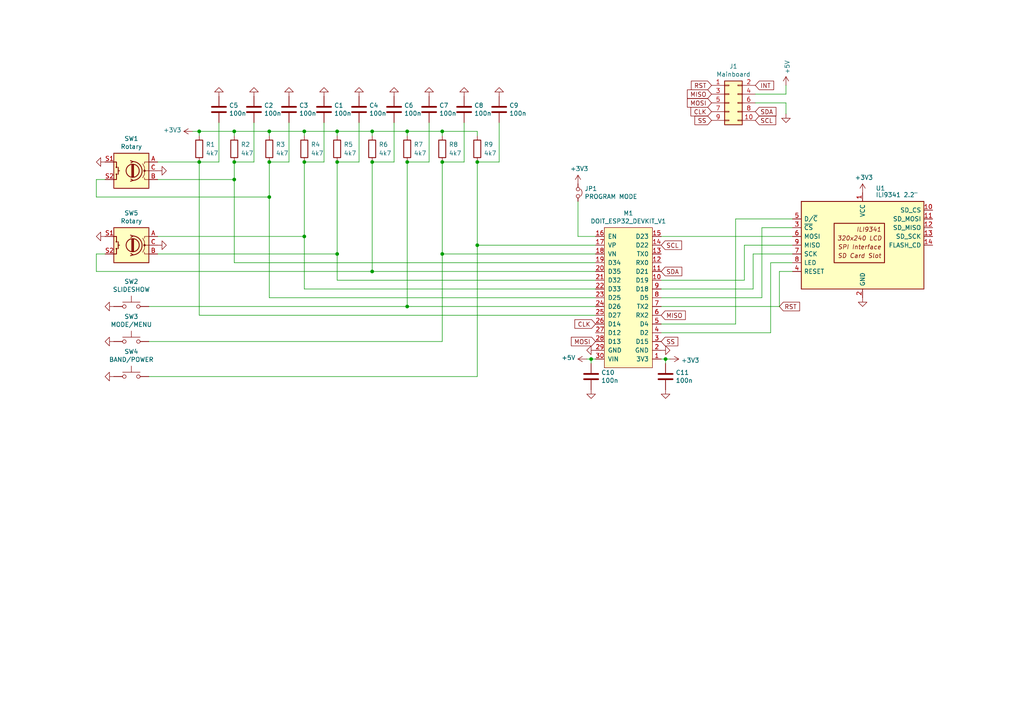
<source format=kicad_sch>
(kicad_sch (version 20250114) (generator "eeschema") (generator_version "9.0")
  (paper "A4")
  (title_block (title "SI4684 controller SMD") (date "2024-03-11") (rev "1") (company "PE5PVB"))
  (lib_symbols
    (symbol "Connector_Generic:Conn_02x05_Odd_Even" (pin_names (offset 1.016) (hide yes))
      (property "Reference" "J" (at 1.27 7.62 0))
      (property "Value" "Conn_02x05_Odd_Even" (at 1.27 -7.62 0))
      (symbol "Conn_02x05_Odd_Even_1_1"
        (rectangle (start -1.27 6.35) (end 3.81 -6.35) (stroke (width 0.254)) (fill (type background)))
        (rectangle (start -1.27 5.207) (end 0 4.953) (stroke (width 0.1524)))
        (rectangle (start -1.27 2.667) (end 0 2.413) (stroke (width 0.1524)))
        (rectangle (start -1.27 0.127) (end 0 -0.127) (stroke (width 0.1524)))
        (rectangle (start -1.27 -2.413) (end 0 -2.667) (stroke (width 0.1524)))
        (rectangle (start -1.27 -4.953) (end 0 -5.207) (stroke (width 0.1524)))
        (rectangle (start 3.81 5.207) (end 2.54 4.953) (stroke (width 0.1524)))
        (rectangle (start 3.81 2.667) (end 2.54 2.413) (stroke (width 0.1524)))
        (rectangle (start 3.81 0.127) (end 2.54 -0.127) (stroke (width 0.1524)))
        (rectangle (start 3.81 -2.413) (end 2.54 -2.667) (stroke (width 0.1524)))
        (rectangle (start 3.81 -4.953) (end 2.54 -5.207) (stroke (width 0.1524)))
        (pin passive line (at -5.08 5.08 0) (length 3.81) (name "Pin_1") (number "1"))
        (pin passive line (at -5.08 2.54 0) (length 3.81) (name "Pin_3") (number "3"))
        (pin passive line (at -5.08 0 0) (length 3.81) (name "Pin_5") (number "5"))
        (pin passive line (at -5.08 -2.54 0) (length 3.81) (name "Pin_7") (number "7"))
        (pin passive line (at -5.08 -5.08 0) (length 3.81) (name "Pin_9") (number "9"))
        (pin passive line (at 7.62 5.08 180) (length 3.81) (name "Pin_2") (number "2"))
        (pin passive line (at 7.62 2.54 180) (length 3.81) (name "Pin_4") (number "4"))
        (pin passive line (at 7.62 0 180) (length 3.81) (name "Pin_6") (number "6"))
        (pin passive line (at 7.62 -2.54 180) (length 3.81) (name "Pin_8") (number "8"))
        (pin passive line (at 7.62 -5.08 180) (length 3.81) (name "Pin_10") (number "10"))
      )
    )
    (symbol "Device:C" (pin_numbers (hide yes)) (pin_names (offset 0.254))
      (property "Reference" "C" (at 0.635 2.54 0))
      (property "Value" "C" (at 0.635 -2.54 0))
      (symbol "C_0_1"
        (polyline (pts (xy -2.032 0.762) (xy 2.032 0.762)) (stroke (width 0.508)))
        (polyline (pts (xy -2.032 -0.762) (xy 2.032 -0.762)) (stroke (width 0.508)))
      )
      (symbol "C_1_1"
        (pin passive line (at 0 3.81 270) (length 2.794) (name "~") (number "1"))
        (pin passive line (at 0 -3.81 90) (length 2.794) (name "~") (number "2"))
      )
    )
    (symbol "Device:R" (pin_numbers (hide yes)) (pin_names (offset 0))
      (property "Reference" "R" (at 2.032 0 90))
      (property "Value" "R" (at 0 0 90))
      (symbol "R_0_1"
        (rectangle (start -1.016 -2.54) (end 1.016 2.54) (stroke (width 0.254)))
      )
      (symbol "R_1_1"
        (pin passive line (at 0 3.81 270) (length 1.27) (name "~") (number "1"))
        (pin passive line (at 0 -3.81 90) (length 1.27) (name "~") (number "2"))
      )
    )
    (symbol "Driver_Display:CR2013-MI2120" (pin_names (offset 0.762))
      (property "Reference" "U" (at -17.526 13.97 0))
      (property "Value" "CR2013-MI2120" (at 1.905 13.97 0))
      (symbol "CR2013-MI2120_0_0"
        (text "ILI9341" (at -5.461 4.572 0) (effects (font (size 1.27 1.27) (italic yes)) (justify left)))
        (text "SPI Interface" (at -5.461 -0.508 0) (effects (font (size 1.27 1.27) (italic yes)) (justify left)))
        (text "SD Card Slot" (at -5.461 -3.048 0) (effects (font (size 1.27 1.27) (italic yes)) (justify left)))
        (text "320x240 LCD" (at 0.889 2.032 0) (effects (font (size 1.27 1.27) (italic yes))))
      )
      (symbol "CR2013-MI2120_0_1"
        (rectangle (start -17.78 12.7) (end 17.78 -12.7) (stroke (width 0.254)) (fill (type background)))
        (rectangle (start -6.35 6.35) (end 8.255 -5.08) (stroke (width 0.254)))
      )
      (symbol "CR2013-MI2120_1_1"
        (pin input line (at -20.32 10.16 0) (length 2.54) (name "SD_CS") (number "10"))
        (pin input line (at -20.32 7.62 0) (length 2.54) (name "SD_MOSI") (number "11"))
        (pin output line (at -20.32 5.08 0) (length 2.54) (name "SD_MISO") (number "12"))
        (pin input line (at -20.32 2.54 0) (length 2.54) (name "SD_SCK") (number "13"))
        (pin input line (at -20.32 0 0) (length 2.54) (name "FLASH_CD") (number "14"))
        (pin power_in line (at 0 15.24 270) (length 2.54) (name "VCC") (number "1"))
        (pin power_in line (at 0 -15.24 90) (length 2.54) (name "GND") (number "2"))
        (pin input line (at 20.32 7.62 180) (length 2.54) (name "D/~{C}") (number "5"))
        (pin input line (at 20.32 5.08 180) (length 2.54) (name "~{CS}") (number "3"))
        (pin input line (at 20.32 2.54 180) (length 2.54) (name "MOSI") (number "6"))
        (pin output line (at 20.32 0 180) (length 2.54) (name "MISO") (number "9"))
        (pin input line (at 20.32 -2.54 180) (length 2.54) (name "SCK") (number "7"))
        (pin input line (at 20.32 -5.08 180) (length 2.54) (name "LED") (number "8"))
        (pin input line (at 20.32 -7.62 180) (length 2.54) (name "RESET") (number "4"))
      )
    )
    (symbol "Switch:SW_Push" (pin_numbers (hide yes)) (pin_names (offset 1.016) (hide yes))
      (property "Reference" "SW" (at 1.27 2.54 0))
      (property "Value" "SW_Push" (at 0 -1.524 0))
      (symbol "SW_Push_0_1"
        (circle (center -2.032 0) (radius 0.508))
        (polyline (pts (xy 0 1.27) (xy 0 3.048)))
        (circle (center 2.032 0) (radius 0.508))
        (polyline (pts (xy 2.54 1.27) (xy -2.54 1.27)))
        (pin passive line (at -5.08 0 0) (length 2.54) (name "1") (number "1"))
        (pin passive line (at 5.08 0 180) (length 2.54) (name "2") (number "2"))
      )
    )
    (symbol "WFM_controller-rescue:DOIT_ESP32_DEVKIT_V1-WFM_controller" (pin_names (offset 1.016))
      (property "Reference" "M" (at 0.7112 -21.5392 0))
      (property "Value" "DOIT_ESP32_DEVKIT_V1-WFM_controller" (at 1.27 -24.13 0))
      (symbol "DOIT_ESP32_DEVKIT_V1-WFM_controller_0_1"
        (rectangle (start -6.35 20.32) (end 7.62 -20.32) (fill (type background)))
      )
      (symbol "DOIT_ESP32_DEVKIT_V1-WFM_controller_1_1"
        (pin input line (at -8.89 17.78 0) (length 2.54) (name "EN") (number "16"))
        (pin bidirectional line (at -8.89 15.24 0) (length 2.54) (name "VP") (number "17"))
        (pin bidirectional line (at -8.89 12.7 0) (length 2.54) (name "VN") (number "18"))
        (pin bidirectional line (at -8.89 10.16 0) (length 2.54) (name "D34") (number "19"))
        (pin bidirectional line (at -8.89 7.62 0) (length 2.54) (name "D35") (number "20"))
        (pin bidirectional line (at -8.89 5.08 0) (length 2.54) (name "D32") (number "21"))
        (pin bidirectional line (at -8.89 2.54 0) (length 2.54) (name "D33") (number "22"))
        (pin bidirectional line (at -8.89 0 0) (length 2.54) (name "D25") (number "23"))
        (pin bidirectional line (at -8.89 -2.54 0) (length 2.54) (name "D26") (number "24"))
        (pin bidirectional line (at -8.89 -5.08 0) (length 2.54) (name "D27") (number "25"))
        (pin bidirectional line (at -8.89 -7.62 0) (length 2.54) (name "D14") (number "26"))
        (pin bidirectional line (at -8.89 -10.16 0) (length 2.54) (name "D12") (number "27"))
        (pin bidirectional line (at -8.89 -12.7 0) (length 2.54) (name "D13") (number "28"))
        (pin power_in line (at -8.89 -15.24 0) (length 2.54) (name "GND") (number "29"))
        (pin power_in line (at -8.89 -17.78 0) (length 2.54) (name "VIN") (number "30"))
        (pin bidirectional line (at 10.16 17.78 180) (length 2.54) (name "D23") (number "15"))
        (pin bidirectional line (at 10.16 15.24 180) (length 2.54) (name "D22") (number "14"))
        (pin bidirectional line (at 10.16 12.7 180) (length 2.54) (name "TX0") (number "13"))
        (pin bidirectional line (at 10.16 10.16 180) (length 2.54) (name "RX0") (number "12"))
        (pin bidirectional line (at 10.16 7.62 180) (length 2.54) (name "D21") (number "11"))
        (pin bidirectional line (at 10.16 5.08 180) (length 2.54) (name "D19") (number "10"))
        (pin bidirectional line (at 10.16 2.54 180) (length 2.54) (name "D18") (number "9"))
        (pin bidirectional line (at 10.16 0 180) (length 2.54) (name "D5") (number "8"))
        (pin bidirectional line (at 10.16 -2.54 180) (length 2.54) (name "TX2") (number "7"))
        (pin bidirectional line (at 10.16 -5.08 180) (length 2.54) (name "RX2") (number "6"))
        (pin bidirectional line (at 10.16 -7.62 180) (length 2.54) (name "D4") (number "5"))
        (pin bidirectional line (at 10.16 -10.16 180) (length 2.54) (name "D2") (number "4"))
        (pin bidirectional line (at 10.16 -12.7 180) (length 2.54) (name "D15") (number "3"))
        (pin power_in line (at 10.16 -15.24 180) (length 2.54) (name "GND") (number "2"))
        (pin power_in line (at 10.16 -17.78 180) (length 2.54) (name "3V3") (number "1"))
      )
    )
    (symbol "WFM_controller-rescue:Jumper_NC_Small-Device" (pin_numbers (hide yes)) (pin_names (offset 0.762) (hide yes))
      (property "Reference" "JP" (at 0 2.032 0))
      (property "Value" "Jumper_NC_Small-Device" (at 0.254 -1.524 0))
      (symbol "Jumper_NC_Small-Device_0_1"
        (circle (center -1.016 0) (radius 0.508))
        (arc (start -1.016 0.762) (mid 0 1.1828) (end 1.016 0.762))
        (circle (center 1.016 0) (radius 0.508))
        (pin passive line (at -2.54 0 0) (length 1.016) (name "1") (number "1"))
        (pin passive line (at 2.54 0 180) (length 1.016) (name "2") (number "2"))
      )
    )
    (symbol "WFM_controller-rescue:Rotary_Encoder_Switch-Device" (pin_names (offset 0.254) (hide yes))
      (property "Reference" "SW" (at 0 6.604 0))
      (property "Value" "Rotary_Encoder_Switch-Device" (at 0 -6.604 0))
      (symbol "Rotary_Encoder_Switch-Device_0_1"
        (rectangle (start -5.08 5.08) (end 5.08 -5.08) (stroke (width 0.254)) (fill (type background)))
        (polyline (pts (xy -5.08 2.54) (xy -3.81 2.54) (xy -3.81 2.032)))
        (polyline (pts (xy -5.08 0) (xy -3.81 0) (xy -3.81 -1.016) (xy -3.302 -2.032)))
        (polyline (pts (xy -5.08 -2.54) (xy -3.81 -2.54) (xy -3.81 -2.032)))
        (polyline (pts (xy -4.318 0) (xy -3.81 0) (xy -3.81 1.016) (xy -3.302 2.032)))
        (circle (center -3.81 0) (radius 0.254) (fill (type outline)))
        (polyline (pts (xy -0.635 -1.778) (xy -0.635 1.778)) (stroke (width 0.254)))
        (circle (center -0.381 0) (radius 1.905) (stroke (width 0.254)))
        (polyline (pts (xy -0.381 -1.778) (xy -0.381 1.778)) (stroke (width 0.254)))
        (arc (start -0.381 -2.794) (mid -3.0988 -0.0635) (end -0.381 2.667) (stroke (width 0.254)))
        (polyline (pts (xy -0.127 1.778) (xy -0.127 -1.778)) (stroke (width 0.254)))
        (polyline (pts (xy 0.254 2.921) (xy -0.508 2.667) (xy 0.127 2.286)) (stroke (width 0.254)))
        (polyline (pts (xy 0.254 -3.048) (xy -0.508 -2.794) (xy 0.127 -2.413)) (stroke (width 0.254)))
        (polyline (pts (xy 3.81 1.016) (xy 3.81 -1.016)) (stroke (width 0.254)))
        (polyline (pts (xy 3.81 0) (xy 3.429 0)) (stroke (width 0.254)))
        (circle (center 4.318 1.016) (radius 0.127) (stroke (width 0.254)))
        (circle (center 4.318 -1.016) (radius 0.127) (stroke (width 0.254)))
        (polyline (pts (xy 5.08 2.54) (xy 4.318 2.54) (xy 4.318 1.016)) (stroke (width 0.254)))
        (polyline (pts (xy 5.08 -2.54) (xy 4.318 -2.54) (xy 4.318 -1.016)) (stroke (width 0.254)))
      )
      (symbol "Rotary_Encoder_Switch-Device_1_1"
        (pin passive line (at -7.62 2.54 0) (length 2.54) (name "A") (number "A"))
        (pin passive line (at -7.62 0 0) (length 2.54) (name "C") (number "C"))
        (pin passive line (at -7.62 -2.54 0) (length 2.54) (name "B") (number "B"))
        (pin passive line (at 7.62 2.54 180) (length 2.54) (name "S1") (number "S1"))
        (pin passive line (at 7.62 -2.54 180) (length 2.54) (name "S2") (number "S2"))
      )
    )
    (symbol "power:+3V3" (power) (pin_names (offset 0))
      (property "Value" "+3V3" (at 0 3.556 0))
      (symbol "+3V3_0_1"
        (polyline (pts (xy -0.762 1.27) (xy 0 2.54)))
        (polyline (pts (xy 0 2.54) (xy 0.762 1.27)))
        (polyline (pts (xy 0 0) (xy 0 2.54)))
      )
      (symbol "+3V3_1_1"
        (pin power_in line (at 0 0 90) (length 0) (hide yes) (name "+3V3") (number "1"))
      )
    )
    (symbol "power:+5V" (power) (pin_names (offset 0))
      (property "Value" "+5V" (at 0 3.556 0))
      (symbol "+5V_0_1"
        (polyline (pts (xy -0.762 1.27) (xy 0 2.54)))
        (polyline (pts (xy 0 2.54) (xy 0.762 1.27)))
        (polyline (pts (xy 0 0) (xy 0 2.54)))
      )
      (symbol "+5V_1_1"
        (pin power_in line (at 0 0 90) (length 0) (hide yes) (name "+5V") (number "1"))
      )
    )
    (symbol "power:GND" (power) (pin_names (offset 0))
      (property "Value" "GND" (at 0 -3.81 0))
      (symbol "GND_0_1"
        (polyline (pts (xy 0 0) (xy 0 -1.27) (xy 1.27 -1.27) (xy 0 -2.54) (xy -1.27 -1.27) (xy 0 -1.27)))
      )
      (symbol "GND_1_1"
        (pin power_in line (at 0 0 270) (length 0) (hide yes) (name "GND") (number "1"))
      )
    )
  )
  (junction (at 88.265 38.1))
  (junction (at 128.27 38.1))
  (junction (at 78.105 38.1))
  (junction (at 138.43 71.12))
  (junction (at 97.79 46.99))
  (junction (at 67.945 46.99))
  (junction (at 78.105 46.99))
  (junction (at 88.265 68.58))
  (junction (at 107.95 38.1))
  (junction (at 67.945 52.07))
  (junction (at 97.79 73.66))
  (junction (at 193.04 104.14))
  (junction (at 138.43 46.99))
  (junction (at 97.79 38.1))
  (junction (at 118.11 46.99))
  (junction (at 107.95 78.74))
  (junction (at 57.785 38.1))
  (junction (at 118.11 88.9))
  (junction (at 57.785 46.99))
  (junction (at 88.265 46.99))
  (junction (at 107.95 46.99))
  (junction (at 118.11 38.1))
  (junction (at 78.105 57.15))
  (junction (at 171.45 104.14))
  (junction (at 67.945 38.1))
  (junction (at 128.27 73.66))
  (junction (at 128.27 46.99))
  (wire (pts (xy 67.945 52.07) (xy 67.945 46.99)))
  (wire (pts (xy 138.43 46.99) (xy 138.43 71.12)))
  (wire (pts (xy 219.075 27.305) (xy 227.965 27.305)))
  (wire (pts (xy 78.105 57.15) (xy 78.105 46.99)))
  (wire (pts (xy 83.82 35.56) (xy 83.82 46.99)))
  (wire (pts (xy 43.18 88.9) (xy 118.11 88.9)))
  (wire (pts (xy 73.66 35.56) (xy 73.66 46.99)))
  (wire (pts (xy 107.95 46.99) (xy 114.3 46.99)))
  (wire (pts (xy 114.3 46.99) (xy 114.3 35.56)))
  (wire (pts (xy 57.785 91.44) (xy 57.785 46.99)))
  (wire (pts (xy 30.48 52.07) (xy 27.94 52.07)))
  (wire (pts (xy 45.72 73.66) (xy 97.79 73.66)))
  (wire (pts (xy 191.77 96.52) (xy 223.52 96.52)))
  (wire (pts (xy 213.36 93.98) (xy 213.36 63.5)))
  (wire (pts (xy 191.77 68.58) (xy 229.87 68.58)))
  (wire (pts (xy 107.95 38.1) (xy 118.11 38.1)))
  (wire (pts (xy 104.14 46.99) (xy 104.14 35.56)))
  (wire (pts (xy 67.945 38.1) (xy 78.105 38.1)))
  (wire (pts (xy 107.95 78.74) (xy 172.72 78.74)))
  (wire (pts (xy 172.72 83.82) (xy 88.265 83.82)))
  (wire (pts (xy 191.77 86.36) (xy 220.98 86.36)))
  (wire (pts (xy 128.27 46.99) (xy 134.62 46.99)))
  (wire (pts (xy 27.94 73.66) (xy 27.94 78.74)))
  (wire (pts (xy 167.64 68.58) (xy 172.72 68.58)))
  (wire (pts (xy 118.11 38.1) (xy 118.11 39.37)))
  (wire (pts (xy 213.36 63.5) (xy 229.87 63.5)))
  (wire (pts (xy 57.785 38.1) (xy 67.945 38.1)))
  (wire (pts (xy 78.105 38.1) (xy 78.105 39.37)))
  (wire (pts (xy 78.105 46.99) (xy 83.82 46.99)))
  (wire (pts (xy 78.105 86.36) (xy 78.105 57.15)))
  (wire (pts (xy 27.94 52.07) (xy 27.94 57.15)))
  (wire (pts (xy 107.95 38.1) (xy 107.95 39.37)))
  (wire (pts (xy 218.44 83.82) (xy 218.44 73.66)))
  (wire (pts (xy 193.04 105.41) (xy 193.04 104.14)))
  (wire (pts (xy 97.79 81.28) (xy 97.79 73.66)))
  (wire (pts (xy 128.27 38.1) (xy 128.27 39.37)))
  (wire (pts (xy 172.72 76.2) (xy 67.945 76.2)))
  (wire (pts (xy 138.43 46.99) (xy 144.78 46.99)))
  (wire (pts (xy 118.11 38.1) (xy 128.27 38.1)))
  (wire (pts (xy 227.965 27.305) (xy 227.965 24.765)))
  (wire (pts (xy 63.5 35.56) (xy 63.5 46.99)))
  (wire (pts (xy 45.72 52.07) (xy 67.945 52.07)))
  (wire (pts (xy 172.72 86.36) (xy 78.105 86.36)))
  (wire (pts (xy 45.72 68.58) (xy 88.265 68.58)))
  (wire (pts (xy 191.77 83.82) (xy 218.44 83.82)))
  (wire (pts (xy 172.72 91.44) (xy 57.785 91.44)))
  (wire (pts (xy 226.06 78.74) (xy 226.06 88.9)))
  (wire (pts (xy 134.62 46.99) (xy 134.62 35.56)))
  (wire (pts (xy 67.945 38.1) (xy 67.945 39.37)))
  (wire (pts (xy 220.98 66.04) (xy 229.87 66.04)))
  (wire (pts (xy 97.79 46.99) (xy 104.14 46.99)))
  (wire (pts (xy 88.265 83.82) (xy 88.265 68.58)))
  (wire (pts (xy 128.27 73.66) (xy 128.27 99.06)))
  (wire (pts (xy 172.72 81.28) (xy 97.79 81.28)))
  (wire (pts (xy 88.265 38.1) (xy 97.79 38.1)))
  (wire (pts (xy 43.18 99.06) (xy 128.27 99.06)))
  (wire (pts (xy 138.43 109.22) (xy 138.43 71.12)))
  (wire (pts (xy 27.94 57.15) (xy 78.105 57.15)))
  (wire (pts (xy 218.44 73.66) (xy 229.87 73.66)))
  (wire (pts (xy 118.11 46.99) (xy 124.46 46.99)))
  (wire (pts (xy 118.11 46.99) (xy 118.11 88.9)))
  (wire (pts (xy 97.79 73.66) (xy 97.79 46.99)))
  (wire (pts (xy 219.075 29.845) (xy 227.965 29.845)))
  (wire (pts (xy 67.945 46.99) (xy 73.66 46.99)))
  (wire (pts (xy 107.95 46.99) (xy 107.95 78.74)))
  (wire (pts (xy 55.88 38.1) (xy 57.785 38.1)))
  (wire (pts (xy 88.265 38.1) (xy 88.265 39.37)))
  (wire (pts (xy 67.945 76.2) (xy 67.945 52.07)))
  (wire (pts (xy 191.77 104.14) (xy 193.04 104.14)))
  (wire (pts (xy 229.87 78.74) (xy 226.06 78.74)))
  (wire (pts (xy 223.52 96.52) (xy 223.52 76.2)))
  (wire (pts (xy 93.98 46.99) (xy 88.265 46.99)))
  (wire (pts (xy 30.48 73.66) (xy 27.94 73.66)))
  (wire (pts (xy 172.72 104.14) (xy 171.45 104.14)))
  (wire (pts (xy 215.9 81.28) (xy 215.9 71.12)))
  (wire (pts (xy 191.77 81.28) (xy 215.9 81.28)))
  (wire (pts (xy 227.965 29.845) (xy 227.965 33.02)))
  (wire (pts (xy 171.45 105.41) (xy 171.45 104.14)))
  (wire (pts (xy 167.64 58.42) (xy 167.64 68.58)))
  (wire (pts (xy 172.72 73.66) (xy 128.27 73.66)))
  (wire (pts (xy 43.18 109.22) (xy 138.43 109.22)))
  (wire (pts (xy 144.78 46.99) (xy 144.78 35.56)))
  (wire (pts (xy 193.04 104.14) (xy 194.31 104.14)))
  (wire (pts (xy 191.77 93.98) (xy 213.36 93.98)))
  (wire (pts (xy 215.9 71.12) (xy 229.87 71.12)))
  (wire (pts (xy 88.265 68.58) (xy 88.265 46.99)))
  (wire (pts (xy 138.43 71.12) (xy 172.72 71.12)))
  (wire (pts (xy 97.79 38.1) (xy 97.79 39.37)))
  (wire (pts (xy 138.43 38.1) (xy 138.43 39.37)))
  (wire (pts (xy 57.785 38.1) (xy 57.785 39.37)))
  (wire (pts (xy 97.79 38.1) (xy 107.95 38.1)))
  (wire (pts (xy 45.72 46.99) (xy 57.785 46.99)))
  (wire (pts (xy 226.06 88.9) (xy 191.77 88.9)))
  (wire (pts (xy 93.98 35.56) (xy 93.98 46.99)))
  (wire (pts (xy 223.52 76.2) (xy 229.87 76.2)))
  (wire (pts (xy 128.27 46.99) (xy 128.27 73.66)))
  (wire (pts (xy 124.46 46.99) (xy 124.46 35.56)))
  (wire (pts (xy 27.94 78.74) (xy 107.95 78.74)))
  (wire (pts (xy 171.45 104.14) (xy 170.18 104.14)))
  (wire (pts (xy 57.785 46.99) (xy 63.5 46.99)))
  (wire (pts (xy 220.98 86.36) (xy 220.98 66.04)))
  (wire (pts (xy 78.105 38.1) (xy 88.265 38.1)))
  (wire (pts (xy 128.27 38.1) (xy 138.43 38.1)))
  (wire (pts (xy 118.11 88.9) (xy 172.72 88.9)))
  (global_label "RST" (shape input) (at 226.06 88.9 0) (property "Intersheetrefs" "${INTERSHEET_REFS}" (effects (hide yes))))
  (global_label "MOSI" (shape input) (at 172.72 99.06 180) (property "Intersheetrefs" "${INTERSHEET_REFS}" (effects (hide yes))))
  (global_label "MISO" (shape input) (at 206.375 27.305 180) (property "Intersheetrefs" "${INTERSHEET_REFS}" (effects (hide yes))))
  (global_label "MOSI" (shape input) (at 206.375 29.845 180) (property "Intersheetrefs" "${INTERSHEET_REFS}" (effects (hide yes))))
  (global_label "SCL" (shape input) (at 219.075 34.925 0) (property "Intersheetrefs" "${INTERSHEET_REFS}" (effects (hide yes))))
  (global_label "MISO" (shape input) (at 191.77 91.44 0) (property "Intersheetrefs" "${INTERSHEET_REFS}" (effects (hide yes))))
  (global_label "SDA" (shape input) (at 219.075 32.385 0) (property "Intersheetrefs" "${INTERSHEET_REFS}" (effects (hide yes))))
  (global_label "CLK" (shape input) (at 206.375 32.385 180) (property "Intersheetrefs" "${INTERSHEET_REFS}" (effects (hide yes))))
  (global_label "INT" (shape input) (at 219.075 24.765 0) (property "Intersheetrefs" "${INTERSHEET_REFS}" (effects (hide yes))))
  (global_label "SCL" (shape input) (at 191.77 71.12 0) (property "Intersheetrefs" "${INTERSHEET_REFS}" (effects (hide yes))))
  (global_label "RST" (shape input) (at 206.375 24.765 180) (property "Intersheetrefs" "${INTERSHEET_REFS}" (effects (hide yes))))
  (global_label "SDA" (shape input) (at 191.77 78.74 0) (property "Intersheetrefs" "${INTERSHEET_REFS}" (effects (hide yes))))
  (global_label "SS" (shape input) (at 206.375 34.925 180) (property "Intersheetrefs" "${INTERSHEET_REFS}" (effects (hide yes))))
  (global_label "CLK" (shape input) (at 172.72 93.98 180) (property "Intersheetrefs" "${INTERSHEET_REFS}" (effects (hide yes))))
  (global_label "SS" (shape input) (at 191.77 99.06 0) (property "Intersheetrefs" "${INTERSHEET_REFS}" (effects (hide yes))))
  (symbol (lib_id "WFM_controller-rescue:DOIT_ESP32_DEVKIT_V1-WFM_controller") (at 181.61 86.36 0) (unit 1)
    (property "Reference" "M1" (at 182.245 61.849 0))
    (property "Value" "DOIT_ESP32_DEVKIT_V1" (at 182.245 64.1604 0))
    (property "Footprint" "Library:ESP32_DOIT_DEVKIT_V1" (effects (hide yes)))
  )
  (symbol (lib_id "WFM_controller-rescue:Rotary_Encoder_Switch-Device") (at 38.1 49.53 0) (mirror y) (unit 1)
    (property "Reference" "SW1" (at 38.1 40.2082 0))
    (property "Value" "Rotary" (at 38.1 42.5196 0))
    (property "Footprint" "Rotary_Encoder:RotaryEncoder_Alps_EC11E-Switch_Vertical_H20mm" (effects (hide yes)))
  )
  (symbol (lib_id "power:GND") (at 45.72 49.53 90) (unit 1)
    (property "Reference" "#PWR08" (effects (hide yes)))
    (property "Value" "GND" (effects (hide yes)))
  )
  (symbol (lib_id "Device:C") (at 144.78 31.75 0) (unit 1)
    (property "Reference" "C9" (at 147.701 30.5816 0) (effects (justify left)))
    (property "Value" "100n" (at 147.701 32.893 0) (effects (justify left)))
    (property "Footprint" "Capacitor_SMD:C_0603_1608Metric" (effects (hide yes)))
  )
  (symbol (lib_id "Device:C") (at 193.04 109.22 0) (unit 1)
    (property "Reference" "C11" (at 195.961 108.0516 0) (effects (justify left)))
    (property "Value" "100n" (at 195.961 110.363 0) (effects (justify left)))
    (property "Footprint" "Capacitor_SMD:C_0603_1608Metric" (effects (hide yes)))
  )
  (symbol (lib_id "power:+3V3") (at 194.31 104.14 270) (unit 1)
    (property "Reference" "#PWR028" (effects (hide yes)))
    (property "Value" "+3V3" (at 197.5612 104.521 90) (effects (justify left)))
  )
  (symbol (lib_id "power:GND") (at 193.04 113.03 0) (unit 1)
    (property "Reference" "#PWR027" (effects (hide yes)))
    (property "Value" "GND" (effects (hide yes)))
  )
  (symbol (lib_id "power:GND") (at 191.77 101.6 90) (unit 1)
    (property "Reference" "#PWR026" (effects (hide yes)))
    (property "Value" "GND" (effects (hide yes)))
  )
  (symbol (lib_id "power:GND") (at 172.72 101.6 270) (unit 1)
    (property "Reference" "#PWR025" (effects (hide yes)))
    (property "Value" "GND" (effects (hide yes)))
  )
  (symbol (lib_id "WFM_controller-rescue:Jumper_NC_Small-Device") (at 167.64 55.88 270) (unit 1)
    (property "Reference" "JP1" (at 169.545 54.7116 90) (effects (justify left)))
    (property "Value" "PROGRAM MODE" (at 169.545 57.023 90) (effects (justify left)))
    (property "Footprint" "TestPoint:TestPoint_2Pads_Pitch2.54mm_Drill0.8mm" (effects (hide yes)))
  )
  (symbol (lib_id "power:GND") (at 30.48 46.99 270) (unit 1)
    (property "Reference" "#PWR01" (effects (hide yes)))
    (property "Value" "GND" (effects (hide yes)))
  )
  (symbol (lib_id "Switch:SW_Push") (at 38.1 88.9 0) (unit 1)
    (property "Reference" "SW2" (at 38.1 81.661 0))
    (property "Value" "SLIDESHOW" (at 38.1 83.9724 0))
    (property "Footprint" "Button_Switch_THT:SW_PUSH_6mm_H7.3mm" (effects (hide yes)))
  )
  (symbol (lib_id "Switch:SW_Push") (at 38.1 99.06 0) (unit 1)
    (property "Reference" "SW3" (at 38.1 91.821 0))
    (property "Value" "MODE/MENU" (at 38.1 94.1324 0))
    (property "Footprint" "Button_Switch_THT:SW_PUSH_6mm_H7.3mm" (effects (hide yes)))
  )
  (symbol (lib_id "power:GND") (at 33.02 88.9 270) (unit 1)
    (property "Reference" "#PWR02" (effects (hide yes)))
    (property "Value" "GND" (effects (hide yes)))
  )
  (symbol (lib_id "power:GND") (at 33.02 99.06 270) (unit 1)
    (property "Reference" "#PWR03" (effects (hide yes)))
    (property "Value" "GND" (effects (hide yes)))
  )
  (symbol (lib_id "Device:C") (at 134.62 31.75 0) (unit 1)
    (property "Reference" "C8" (at 137.541 30.5816 0) (effects (justify left)))
    (property "Value" "100n" (at 137.541 32.893 0) (effects (justify left)))
    (property "Footprint" "Capacitor_SMD:C_0603_1608Metric" (effects (hide yes)))
  )
  (symbol (lib_id "Device:C") (at 124.46 31.75 0) (unit 1)
    (property "Reference" "C7" (at 127.381 30.5816 0) (effects (justify left)))
    (property "Value" "100n" (at 127.381 32.893 0) (effects (justify left)))
    (property "Footprint" "Capacitor_SMD:C_0603_1608Metric" (effects (hide yes)))
  )
  (symbol (lib_id "Device:C") (at 114.3 31.75 0) (unit 1)
    (property "Reference" "C6" (at 117.221 30.5816 0) (effects (justify left)))
    (property "Value" "100n" (at 117.221 32.893 0) (effects (justify left)))
    (property "Footprint" "Capacitor_SMD:C_0603_1608Metric" (effects (hide yes)))
  )
  (symbol (lib_id "Device:C") (at 104.14 31.75 0) (unit 1)
    (property "Reference" "C4" (at 107.061 30.5816 0) (effects (justify left)))
    (property "Value" "100n" (at 107.061 32.893 0) (effects (justify left)))
    (property "Footprint" "Capacitor_SMD:C_0603_1608Metric" (effects (hide yes)))
  )
  (symbol (lib_id "power:GND") (at 104.14 27.94 180) (unit 1)
    (property "Reference" "#PWR015" (effects (hide yes)))
    (property "Value" "GND" (effects (hide yes)))
  )
  (symbol (lib_id "power:GND") (at 114.3 27.94 180) (unit 1)
    (property "Reference" "#PWR018" (effects (hide yes)))
    (property "Value" "GND" (effects (hide yes)))
  )
  (symbol (lib_id "power:GND") (at 124.46 27.94 180) (unit 1)
    (property "Reference" "#PWR019" (effects (hide yes)))
    (property "Value" "GND" (effects (hide yes)))
  )
  (symbol (lib_id "power:GND") (at 134.62 27.94 180) (unit 1)
    (property "Reference" "#PWR020" (effects (hide yes)))
    (property "Value" "GND" (effects (hide yes)))
  )
  (symbol (lib_id "power:GND") (at 144.78 27.94 180) (unit 1)
    (property "Reference" "#PWR021" (effects (hide yes)))
    (property "Value" "GND" (effects (hide yes)))
  )
  (symbol (lib_id "power:+3V3") (at 55.88 38.1 90) (unit 1)
    (property "Reference" "#PWR013" (effects (hide yes)))
    (property "Value" "+3V3" (at 52.6288 37.719 90) (effects (justify left)))
  )
  (symbol (lib_id "power:+5V") (at 170.18 104.14 90) (unit 1)
    (property "Reference" "#PWR023" (effects (hide yes)))
    (property "Value" "+5V" (at 166.9288 103.759 90) (effects (justify left)))
  )
  (symbol (lib_id "Device:C") (at 171.45 109.22 0) (unit 1)
    (property "Reference" "C10" (at 174.371 108.0516 0) (effects (justify left)))
    (property "Value" "100n" (at 174.371 110.363 0) (effects (justify left)))
    (property "Footprint" "Capacitor_SMD:C_0603_1608Metric" (effects (hide yes)))
  )
  (symbol (lib_id "power:GND") (at 171.45 113.03 0) (unit 1)
    (property "Reference" "#PWR024" (effects (hide yes)))
    (property "Value" "GND" (effects (hide yes)))
  )
  (symbol (lib_id "Connector_Generic:Conn_02x05_Odd_Even") (at 211.455 29.845 0) (unit 1)
    (property "Reference" "J1" (at 212.725 19.2532 0))
    (property "Value" "Mainboard" (at 212.725 21.5646 0))
    (property "Footprint" "Connector_IDC:IDC-Header_2x05_P2.54mm_Vertical" (effects (hide yes)))
  )
  (symbol (lib_id "power:+3V3") (at 167.64 53.34 0) (unit 1)
    (property "Reference" "#PWR022" (effects (hide yes)))
    (property "Value" "+3V3" (at 168.021 48.9458 0))
  )
  (symbol (lib_id "Switch:SW_Push") (at 38.1 109.22 0) (unit 1)
    (property "Reference" "SW4" (at 38.1 101.981 0))
    (property "Value" "BAND/POWER" (at 38.1 104.2924 0))
    (property "Footprint" "Button_Switch_THT:SW_PUSH_6mm_H7.3mm" (effects (hide yes)))
  )
  (symbol (lib_id "power:GND") (at 33.02 109.22 270) (unit 1)
    (property "Reference" "#PWR04" (effects (hide yes)))
    (property "Value" "GND" (effects (hide yes)))
  )
  (symbol (lib_id "Device:R") (at 97.79 43.18 0) (unit 1)
    (property "Reference" "R5" (at 99.695 41.9099 0) (effects (justify left)))
    (property "Value" "4k7" (at 99.695 44.4499 0) (effects (justify left)))
    (property "Footprint" "Resistor_SMD:R_0603_1608Metric" (effects (hide yes)))
    (property "Description" "Resistor" (effects (hide yes)))
  )
  (symbol (lib_id "power:GND") (at 93.98 27.94 180) (unit 1)
    (property "Reference" "#PWR05" (effects (hide yes)))
    (property "Value" "GND" (effects (hide yes)))
  )
  (symbol (lib_id "Device:C") (at 93.98 31.75 0) (unit 1)
    (property "Reference" "C1" (at 96.901 30.5816 0) (effects (justify left)))
    (property "Value" "100n" (at 96.901 32.893 0) (effects (justify left)))
    (property "Footprint" "Capacitor_SMD:C_0603_1608Metric" (effects (hide yes)))
  )
  (symbol (lib_id "Device:C") (at 83.82 31.75 0) (unit 1)
    (property "Reference" "C3" (at 86.741 30.5816 0) (effects (justify left)))
    (property "Value" "100n" (at 86.741 32.893 0) (effects (justify left)))
    (property "Footprint" "Capacitor_SMD:C_0603_1608Metric" (effects (hide yes)))
  )
  (symbol (lib_id "power:+5V") (at 227.965 24.765 0) (unit 1)
    (property "Reference" "#PWR016" (effects (hide yes)))
    (property "Value" "+5V" (at 228.346 21.5138 90) (effects (justify left)))
  )
  (symbol (lib_id "Device:R") (at 88.265 43.18 0) (unit 1)
    (property "Reference" "R4" (at 90.17 41.9099 0) (effects (justify left)))
    (property "Value" "4k7" (at 90.17 44.4499 0) (effects (justify left)))
    (property "Footprint" "Resistor_SMD:R_0603_1608Metric" (effects (hide yes)))
    (property "Description" "Resistor" (effects (hide yes)))
  )
  (symbol (lib_id "Device:R") (at 57.785 43.18 0) (unit 1)
    (property "Reference" "R1" (at 59.69 41.9099 0) (effects (justify left)))
    (property "Value" "4k7" (at 59.69 44.4499 0) (effects (justify left)))
    (property "Footprint" "Resistor_SMD:R_0603_1608Metric" (effects (hide yes)))
    (property "Description" "Resistor" (effects (hide yes)))
  )
  (symbol (lib_id "power:GND") (at 83.82 27.94 180) (unit 1)
    (property "Reference" "#PWR06" (effects (hide yes)))
    (property "Value" "GND" (effects (hide yes)))
  )
  (symbol (lib_id "power:GND") (at 73.66 27.94 180) (unit 1)
    (property "Reference" "#PWR010" (effects (hide yes)))
    (property "Value" "GND" (effects (hide yes)))
  )
  (symbol (lib_id "power:+3V3") (at 250.19 55.88 0) (unit 1)
    (property "Reference" "#PWR014" (effects (hide yes)))
    (property "Value" "+3V3" (at 250.571 51.4858 0))
  )
  (symbol (lib_id "Device:R") (at 107.95 43.18 0) (unit 1)
    (property "Reference" "R6" (at 109.855 41.9099 0) (effects (justify left)))
    (property "Value" "4k7" (at 109.855 44.4499 0) (effects (justify left)))
    (property "Footprint" "Resistor_SMD:R_0603_1608Metric" (effects (hide yes)))
    (property "Description" "Resistor" (effects (hide yes)))
  )
  (symbol (lib_id "power:GND") (at 250.19 86.36 0) (unit 1)
    (property "Reference" "#PWR012" (effects (hide yes)))
    (property "Value" "GND" (effects (hide yes)))
  )
  (symbol (lib_id "Device:C") (at 63.5 31.75 0) (unit 1)
    (property "Reference" "C5" (at 66.421 30.5816 0) (effects (justify left)))
    (property "Value" "100n" (at 66.421 32.893 0) (effects (justify left)))
    (property "Footprint" "Capacitor_SMD:C_0603_1608Metric" (effects (hide yes)))
  )
  (symbol (lib_id "Device:R") (at 67.945 43.18 0) (unit 1)
    (property "Reference" "R2" (at 69.85 41.9099 0) (effects (justify left)))
    (property "Value" "4k7" (at 69.85 44.4499 0) (effects (justify left)))
    (property "Footprint" "Resistor_SMD:R_0603_1608Metric" (effects (hide yes)))
    (property "Description" "Resistor" (effects (hide yes)))
  )
  (symbol (lib_id "power:GND") (at 227.965 33.02 0) (unit 1)
    (property "Reference" "#PWR017" (effects (hide yes)))
    (property "Value" "GND" (effects (hide yes)))
  )
  (symbol (lib_id "Device:R") (at 118.11 43.18 0) (unit 1)
    (property "Reference" "R7" (at 120.015 41.9099 0) (effects (justify left)))
    (property "Value" "4k7" (at 120.015 44.4499 0) (effects (justify left)))
    (property "Footprint" "Resistor_SMD:R_0603_1608Metric" (effects (hide yes)))
    (property "Description" "Resistor" (effects (hide yes)))
  )
  (symbol (lib_id "Driver_Display:CR2013-MI2120") (at 250.19 71.12 0) (mirror y) (unit 1)
    (property "Reference" "U1" (at 254 54.61 0) (effects (justify right)))
    (property "Value" "ILI9341 2.2\"" (at 254 56.515 0) (effects (justify right)))
    (property "Footprint" "Display:CR2013-MI2120" (effects (hide yes)))
    (property "Datasheet" "http://pan.baidu.com/s/11Y990" (effects (hide yes)))
  )
  (symbol (lib_id "WFM_controller-rescue:Rotary_Encoder_Switch-Device") (at 38.1 71.12 0) (mirror y) (unit 1)
    (property "Reference" "SW5" (at 38.1 61.7982 0))
    (property "Value" "Rotary" (at 38.1 64.1096 0))
    (property "Footprint" "Rotary_Encoder:RotaryEncoder_Alps_EC11E-Switch_Vertical_H20mm" (effects (hide yes)))
  )
  (symbol (lib_id "Device:R") (at 78.105 43.18 0) (unit 1)
    (property "Reference" "R3" (at 80.01 41.9099 0) (effects (justify left)))
    (property "Value" "4k7" (at 80.01 44.4499 0) (effects (justify left)))
    (property "Footprint" "Resistor_SMD:R_0603_1608Metric" (effects (hide yes)))
    (property "Description" "Resistor" (effects (hide yes)))
  )
  (symbol (lib_id "Device:R") (at 138.43 43.18 0) (unit 1)
    (property "Reference" "R9" (at 140.335 41.9099 0) (effects (justify left)))
    (property "Value" "4k7" (at 140.335 44.4499 0) (effects (justify left)))
    (property "Footprint" "Resistor_SMD:R_0603_1608Metric" (effects (hide yes)))
    (property "Description" "Resistor" (effects (hide yes)))
  )
  (symbol (lib_id "Device:C") (at 73.66 31.75 0) (unit 1)
    (property "Reference" "C2" (at 76.581 30.5816 0) (effects (justify left)))
    (property "Value" "100n" (at 76.581 32.893 0) (effects (justify left)))
    (property "Footprint" "Capacitor_SMD:C_0603_1608Metric" (effects (hide yes)))
  )
  (symbol (lib_id "power:GND") (at 45.72 71.12 90) (unit 1)
    (property "Reference" "#PWR07" (effects (hide yes)))
    (property "Value" "GND" (effects (hide yes)))
  )
  (symbol (lib_id "power:GND") (at 63.5 27.94 180) (unit 1)
    (property "Reference" "#PWR011" (effects (hide yes)))
    (property "Value" "GND" (effects (hide yes)))
  )
  (symbol (lib_id "power:GND") (at 30.48 68.58 270) (unit 1)
    (property "Reference" "#PWR09" (effects (hide yes)))
    (property "Value" "GND" (effects (hide yes)))
  )
  (symbol (lib_id "Device:R") (at 128.27 43.18 0) (unit 1)
    (property "Reference" "R8" (at 130.175 41.9099 0) (effects (justify left)))
    (property "Value" "4k7" (at 130.175 44.4499 0) (effects (justify left)))
    (property "Footprint" "Resistor_SMD:R_0603_1608Metric" (effects (hide yes)))
    (property "Description" "Resistor" (effects (hide yes)))
  )
)
</source>
